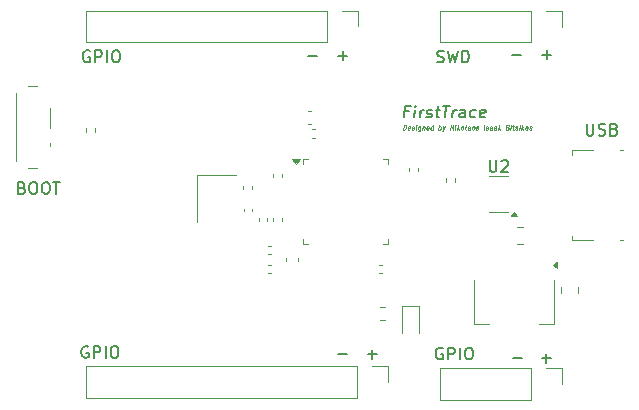
<source format=gbr>
%TF.GenerationSoftware,KiCad,Pcbnew,8.0.5*%
%TF.CreationDate,2024-11-08T16:32:20+02:00*%
%TF.ProjectId,FirstTrace,46697273-7454-4726-9163-652e6b696361,1.0*%
%TF.SameCoordinates,Original*%
%TF.FileFunction,Legend,Top*%
%TF.FilePolarity,Positive*%
%FSLAX46Y46*%
G04 Gerber Fmt 4.6, Leading zero omitted, Abs format (unit mm)*
G04 Created by KiCad (PCBNEW 8.0.5) date 2024-11-08 16:32:20*
%MOMM*%
%LPD*%
G01*
G04 APERTURE LIST*
%ADD10C,0.200000*%
%ADD11C,0.100000*%
%ADD12C,0.150000*%
%ADD13C,0.120000*%
G04 APERTURE END LIST*
D10*
X161719673Y-112466266D02*
X162481578Y-112466266D01*
X178989673Y-112796266D02*
X179751578Y-112796266D01*
X179370625Y-113177219D02*
X179370625Y-112415314D01*
X176459673Y-87136266D02*
X177221578Y-87136266D01*
X170102054Y-87719600D02*
X170244911Y-87767219D01*
X170244911Y-87767219D02*
X170483006Y-87767219D01*
X170483006Y-87767219D02*
X170578244Y-87719600D01*
X170578244Y-87719600D02*
X170625863Y-87671980D01*
X170625863Y-87671980D02*
X170673482Y-87576742D01*
X170673482Y-87576742D02*
X170673482Y-87481504D01*
X170673482Y-87481504D02*
X170625863Y-87386266D01*
X170625863Y-87386266D02*
X170578244Y-87338647D01*
X170578244Y-87338647D02*
X170483006Y-87291028D01*
X170483006Y-87291028D02*
X170292530Y-87243409D01*
X170292530Y-87243409D02*
X170197292Y-87195790D01*
X170197292Y-87195790D02*
X170149673Y-87148171D01*
X170149673Y-87148171D02*
X170102054Y-87052933D01*
X170102054Y-87052933D02*
X170102054Y-86957695D01*
X170102054Y-86957695D02*
X170149673Y-86862457D01*
X170149673Y-86862457D02*
X170197292Y-86814838D01*
X170197292Y-86814838D02*
X170292530Y-86767219D01*
X170292530Y-86767219D02*
X170530625Y-86767219D01*
X170530625Y-86767219D02*
X170673482Y-86814838D01*
X171006816Y-86767219D02*
X171244911Y-87767219D01*
X171244911Y-87767219D02*
X171435387Y-87052933D01*
X171435387Y-87052933D02*
X171625863Y-87767219D01*
X171625863Y-87767219D02*
X171863959Y-86767219D01*
X172244911Y-87767219D02*
X172244911Y-86767219D01*
X172244911Y-86767219D02*
X172483006Y-86767219D01*
X172483006Y-86767219D02*
X172625863Y-86814838D01*
X172625863Y-86814838D02*
X172721101Y-86910076D01*
X172721101Y-86910076D02*
X172768720Y-87005314D01*
X172768720Y-87005314D02*
X172816339Y-87195790D01*
X172816339Y-87195790D02*
X172816339Y-87338647D01*
X172816339Y-87338647D02*
X172768720Y-87529123D01*
X172768720Y-87529123D02*
X172721101Y-87624361D01*
X172721101Y-87624361D02*
X172625863Y-87719600D01*
X172625863Y-87719600D02*
X172483006Y-87767219D01*
X172483006Y-87767219D02*
X172244911Y-87767219D01*
X176499673Y-112836266D02*
X177261578Y-112836266D01*
X140693482Y-86804838D02*
X140598244Y-86757219D01*
X140598244Y-86757219D02*
X140455387Y-86757219D01*
X140455387Y-86757219D02*
X140312530Y-86804838D01*
X140312530Y-86804838D02*
X140217292Y-86900076D01*
X140217292Y-86900076D02*
X140169673Y-86995314D01*
X140169673Y-86995314D02*
X140122054Y-87185790D01*
X140122054Y-87185790D02*
X140122054Y-87328647D01*
X140122054Y-87328647D02*
X140169673Y-87519123D01*
X140169673Y-87519123D02*
X140217292Y-87614361D01*
X140217292Y-87614361D02*
X140312530Y-87709600D01*
X140312530Y-87709600D02*
X140455387Y-87757219D01*
X140455387Y-87757219D02*
X140550625Y-87757219D01*
X140550625Y-87757219D02*
X140693482Y-87709600D01*
X140693482Y-87709600D02*
X140741101Y-87661980D01*
X140741101Y-87661980D02*
X140741101Y-87328647D01*
X140741101Y-87328647D02*
X140550625Y-87328647D01*
X141169673Y-87757219D02*
X141169673Y-86757219D01*
X141169673Y-86757219D02*
X141550625Y-86757219D01*
X141550625Y-86757219D02*
X141645863Y-86804838D01*
X141645863Y-86804838D02*
X141693482Y-86852457D01*
X141693482Y-86852457D02*
X141741101Y-86947695D01*
X141741101Y-86947695D02*
X141741101Y-87090552D01*
X141741101Y-87090552D02*
X141693482Y-87185790D01*
X141693482Y-87185790D02*
X141645863Y-87233409D01*
X141645863Y-87233409D02*
X141550625Y-87281028D01*
X141550625Y-87281028D02*
X141169673Y-87281028D01*
X142169673Y-87757219D02*
X142169673Y-86757219D01*
X142836339Y-86757219D02*
X143026815Y-86757219D01*
X143026815Y-86757219D02*
X143122053Y-86804838D01*
X143122053Y-86804838D02*
X143217291Y-86900076D01*
X143217291Y-86900076D02*
X143264910Y-87090552D01*
X143264910Y-87090552D02*
X143264910Y-87423885D01*
X143264910Y-87423885D02*
X143217291Y-87614361D01*
X143217291Y-87614361D02*
X143122053Y-87709600D01*
X143122053Y-87709600D02*
X143026815Y-87757219D01*
X143026815Y-87757219D02*
X142836339Y-87757219D01*
X142836339Y-87757219D02*
X142741101Y-87709600D01*
X142741101Y-87709600D02*
X142645863Y-87614361D01*
X142645863Y-87614361D02*
X142598244Y-87423885D01*
X142598244Y-87423885D02*
X142598244Y-87090552D01*
X142598244Y-87090552D02*
X142645863Y-86900076D01*
X142645863Y-86900076D02*
X142741101Y-86804838D01*
X142741101Y-86804838D02*
X142836339Y-86757219D01*
X182779673Y-92957219D02*
X182779673Y-93766742D01*
X182779673Y-93766742D02*
X182827292Y-93861980D01*
X182827292Y-93861980D02*
X182874911Y-93909600D01*
X182874911Y-93909600D02*
X182970149Y-93957219D01*
X182970149Y-93957219D02*
X183160625Y-93957219D01*
X183160625Y-93957219D02*
X183255863Y-93909600D01*
X183255863Y-93909600D02*
X183303482Y-93861980D01*
X183303482Y-93861980D02*
X183351101Y-93766742D01*
X183351101Y-93766742D02*
X183351101Y-92957219D01*
X183779673Y-93909600D02*
X183922530Y-93957219D01*
X183922530Y-93957219D02*
X184160625Y-93957219D01*
X184160625Y-93957219D02*
X184255863Y-93909600D01*
X184255863Y-93909600D02*
X184303482Y-93861980D01*
X184303482Y-93861980D02*
X184351101Y-93766742D01*
X184351101Y-93766742D02*
X184351101Y-93671504D01*
X184351101Y-93671504D02*
X184303482Y-93576266D01*
X184303482Y-93576266D02*
X184255863Y-93528647D01*
X184255863Y-93528647D02*
X184160625Y-93481028D01*
X184160625Y-93481028D02*
X183970149Y-93433409D01*
X183970149Y-93433409D02*
X183874911Y-93385790D01*
X183874911Y-93385790D02*
X183827292Y-93338171D01*
X183827292Y-93338171D02*
X183779673Y-93242933D01*
X183779673Y-93242933D02*
X183779673Y-93147695D01*
X183779673Y-93147695D02*
X183827292Y-93052457D01*
X183827292Y-93052457D02*
X183874911Y-93004838D01*
X183874911Y-93004838D02*
X183970149Y-92957219D01*
X183970149Y-92957219D02*
X184208244Y-92957219D01*
X184208244Y-92957219D02*
X184351101Y-93004838D01*
X185113006Y-93433409D02*
X185255863Y-93481028D01*
X185255863Y-93481028D02*
X185303482Y-93528647D01*
X185303482Y-93528647D02*
X185351101Y-93623885D01*
X185351101Y-93623885D02*
X185351101Y-93766742D01*
X185351101Y-93766742D02*
X185303482Y-93861980D01*
X185303482Y-93861980D02*
X185255863Y-93909600D01*
X185255863Y-93909600D02*
X185160625Y-93957219D01*
X185160625Y-93957219D02*
X184779673Y-93957219D01*
X184779673Y-93957219D02*
X184779673Y-92957219D01*
X184779673Y-92957219D02*
X185113006Y-92957219D01*
X185113006Y-92957219D02*
X185208244Y-93004838D01*
X185208244Y-93004838D02*
X185255863Y-93052457D01*
X185255863Y-93052457D02*
X185303482Y-93147695D01*
X185303482Y-93147695D02*
X185303482Y-93242933D01*
X185303482Y-93242933D02*
X185255863Y-93338171D01*
X185255863Y-93338171D02*
X185208244Y-93385790D01*
X185208244Y-93385790D02*
X185113006Y-93433409D01*
X185113006Y-93433409D02*
X184779673Y-93433409D01*
X140563482Y-111844838D02*
X140468244Y-111797219D01*
X140468244Y-111797219D02*
X140325387Y-111797219D01*
X140325387Y-111797219D02*
X140182530Y-111844838D01*
X140182530Y-111844838D02*
X140087292Y-111940076D01*
X140087292Y-111940076D02*
X140039673Y-112035314D01*
X140039673Y-112035314D02*
X139992054Y-112225790D01*
X139992054Y-112225790D02*
X139992054Y-112368647D01*
X139992054Y-112368647D02*
X140039673Y-112559123D01*
X140039673Y-112559123D02*
X140087292Y-112654361D01*
X140087292Y-112654361D02*
X140182530Y-112749600D01*
X140182530Y-112749600D02*
X140325387Y-112797219D01*
X140325387Y-112797219D02*
X140420625Y-112797219D01*
X140420625Y-112797219D02*
X140563482Y-112749600D01*
X140563482Y-112749600D02*
X140611101Y-112701980D01*
X140611101Y-112701980D02*
X140611101Y-112368647D01*
X140611101Y-112368647D02*
X140420625Y-112368647D01*
X141039673Y-112797219D02*
X141039673Y-111797219D01*
X141039673Y-111797219D02*
X141420625Y-111797219D01*
X141420625Y-111797219D02*
X141515863Y-111844838D01*
X141515863Y-111844838D02*
X141563482Y-111892457D01*
X141563482Y-111892457D02*
X141611101Y-111987695D01*
X141611101Y-111987695D02*
X141611101Y-112130552D01*
X141611101Y-112130552D02*
X141563482Y-112225790D01*
X141563482Y-112225790D02*
X141515863Y-112273409D01*
X141515863Y-112273409D02*
X141420625Y-112321028D01*
X141420625Y-112321028D02*
X141039673Y-112321028D01*
X142039673Y-112797219D02*
X142039673Y-111797219D01*
X142706339Y-111797219D02*
X142896815Y-111797219D01*
X142896815Y-111797219D02*
X142992053Y-111844838D01*
X142992053Y-111844838D02*
X143087291Y-111940076D01*
X143087291Y-111940076D02*
X143134910Y-112130552D01*
X143134910Y-112130552D02*
X143134910Y-112463885D01*
X143134910Y-112463885D02*
X143087291Y-112654361D01*
X143087291Y-112654361D02*
X142992053Y-112749600D01*
X142992053Y-112749600D02*
X142896815Y-112797219D01*
X142896815Y-112797219D02*
X142706339Y-112797219D01*
X142706339Y-112797219D02*
X142611101Y-112749600D01*
X142611101Y-112749600D02*
X142515863Y-112654361D01*
X142515863Y-112654361D02*
X142468244Y-112463885D01*
X142468244Y-112463885D02*
X142468244Y-112130552D01*
X142468244Y-112130552D02*
X142515863Y-111940076D01*
X142515863Y-111940076D02*
X142611101Y-111844838D01*
X142611101Y-111844838D02*
X142706339Y-111797219D01*
X179019673Y-87126266D02*
X179781578Y-87126266D01*
X179400625Y-87507219D02*
X179400625Y-86745314D01*
X170573482Y-111964838D02*
X170478244Y-111917219D01*
X170478244Y-111917219D02*
X170335387Y-111917219D01*
X170335387Y-111917219D02*
X170192530Y-111964838D01*
X170192530Y-111964838D02*
X170097292Y-112060076D01*
X170097292Y-112060076D02*
X170049673Y-112155314D01*
X170049673Y-112155314D02*
X170002054Y-112345790D01*
X170002054Y-112345790D02*
X170002054Y-112488647D01*
X170002054Y-112488647D02*
X170049673Y-112679123D01*
X170049673Y-112679123D02*
X170097292Y-112774361D01*
X170097292Y-112774361D02*
X170192530Y-112869600D01*
X170192530Y-112869600D02*
X170335387Y-112917219D01*
X170335387Y-112917219D02*
X170430625Y-112917219D01*
X170430625Y-112917219D02*
X170573482Y-112869600D01*
X170573482Y-112869600D02*
X170621101Y-112821980D01*
X170621101Y-112821980D02*
X170621101Y-112488647D01*
X170621101Y-112488647D02*
X170430625Y-112488647D01*
X171049673Y-112917219D02*
X171049673Y-111917219D01*
X171049673Y-111917219D02*
X171430625Y-111917219D01*
X171430625Y-111917219D02*
X171525863Y-111964838D01*
X171525863Y-111964838D02*
X171573482Y-112012457D01*
X171573482Y-112012457D02*
X171621101Y-112107695D01*
X171621101Y-112107695D02*
X171621101Y-112250552D01*
X171621101Y-112250552D02*
X171573482Y-112345790D01*
X171573482Y-112345790D02*
X171525863Y-112393409D01*
X171525863Y-112393409D02*
X171430625Y-112441028D01*
X171430625Y-112441028D02*
X171049673Y-112441028D01*
X172049673Y-112917219D02*
X172049673Y-111917219D01*
X172716339Y-111917219D02*
X172906815Y-111917219D01*
X172906815Y-111917219D02*
X173002053Y-111964838D01*
X173002053Y-111964838D02*
X173097291Y-112060076D01*
X173097291Y-112060076D02*
X173144910Y-112250552D01*
X173144910Y-112250552D02*
X173144910Y-112583885D01*
X173144910Y-112583885D02*
X173097291Y-112774361D01*
X173097291Y-112774361D02*
X173002053Y-112869600D01*
X173002053Y-112869600D02*
X172906815Y-112917219D01*
X172906815Y-112917219D02*
X172716339Y-112917219D01*
X172716339Y-112917219D02*
X172621101Y-112869600D01*
X172621101Y-112869600D02*
X172525863Y-112774361D01*
X172525863Y-112774361D02*
X172478244Y-112583885D01*
X172478244Y-112583885D02*
X172478244Y-112250552D01*
X172478244Y-112250552D02*
X172525863Y-112060076D01*
X172525863Y-112060076D02*
X172621101Y-111964838D01*
X172621101Y-111964838D02*
X172716339Y-111917219D01*
X134983006Y-98373409D02*
X135125863Y-98421028D01*
X135125863Y-98421028D02*
X135173482Y-98468647D01*
X135173482Y-98468647D02*
X135221101Y-98563885D01*
X135221101Y-98563885D02*
X135221101Y-98706742D01*
X135221101Y-98706742D02*
X135173482Y-98801980D01*
X135173482Y-98801980D02*
X135125863Y-98849600D01*
X135125863Y-98849600D02*
X135030625Y-98897219D01*
X135030625Y-98897219D02*
X134649673Y-98897219D01*
X134649673Y-98897219D02*
X134649673Y-97897219D01*
X134649673Y-97897219D02*
X134983006Y-97897219D01*
X134983006Y-97897219D02*
X135078244Y-97944838D01*
X135078244Y-97944838D02*
X135125863Y-97992457D01*
X135125863Y-97992457D02*
X135173482Y-98087695D01*
X135173482Y-98087695D02*
X135173482Y-98182933D01*
X135173482Y-98182933D02*
X135125863Y-98278171D01*
X135125863Y-98278171D02*
X135078244Y-98325790D01*
X135078244Y-98325790D02*
X134983006Y-98373409D01*
X134983006Y-98373409D02*
X134649673Y-98373409D01*
X135840149Y-97897219D02*
X136030625Y-97897219D01*
X136030625Y-97897219D02*
X136125863Y-97944838D01*
X136125863Y-97944838D02*
X136221101Y-98040076D01*
X136221101Y-98040076D02*
X136268720Y-98230552D01*
X136268720Y-98230552D02*
X136268720Y-98563885D01*
X136268720Y-98563885D02*
X136221101Y-98754361D01*
X136221101Y-98754361D02*
X136125863Y-98849600D01*
X136125863Y-98849600D02*
X136030625Y-98897219D01*
X136030625Y-98897219D02*
X135840149Y-98897219D01*
X135840149Y-98897219D02*
X135744911Y-98849600D01*
X135744911Y-98849600D02*
X135649673Y-98754361D01*
X135649673Y-98754361D02*
X135602054Y-98563885D01*
X135602054Y-98563885D02*
X135602054Y-98230552D01*
X135602054Y-98230552D02*
X135649673Y-98040076D01*
X135649673Y-98040076D02*
X135744911Y-97944838D01*
X135744911Y-97944838D02*
X135840149Y-97897219D01*
X136887768Y-97897219D02*
X137078244Y-97897219D01*
X137078244Y-97897219D02*
X137173482Y-97944838D01*
X137173482Y-97944838D02*
X137268720Y-98040076D01*
X137268720Y-98040076D02*
X137316339Y-98230552D01*
X137316339Y-98230552D02*
X137316339Y-98563885D01*
X137316339Y-98563885D02*
X137268720Y-98754361D01*
X137268720Y-98754361D02*
X137173482Y-98849600D01*
X137173482Y-98849600D02*
X137078244Y-98897219D01*
X137078244Y-98897219D02*
X136887768Y-98897219D01*
X136887768Y-98897219D02*
X136792530Y-98849600D01*
X136792530Y-98849600D02*
X136697292Y-98754361D01*
X136697292Y-98754361D02*
X136649673Y-98563885D01*
X136649673Y-98563885D02*
X136649673Y-98230552D01*
X136649673Y-98230552D02*
X136697292Y-98040076D01*
X136697292Y-98040076D02*
X136792530Y-97944838D01*
X136792530Y-97944838D02*
X136887768Y-97897219D01*
X137602054Y-97897219D02*
X138173482Y-97897219D01*
X137887768Y-98897219D02*
X137887768Y-97897219D01*
X161749673Y-87206266D02*
X162511578Y-87206266D01*
X162130625Y-87587219D02*
X162130625Y-86825314D01*
D11*
X167238646Y-93455847D02*
X167288646Y-93055847D01*
X167288646Y-93055847D02*
X167383884Y-93055847D01*
X167383884Y-93055847D02*
X167438646Y-93074895D01*
X167438646Y-93074895D02*
X167471979Y-93112990D01*
X167471979Y-93112990D02*
X167486265Y-93151085D01*
X167486265Y-93151085D02*
X167495789Y-93227276D01*
X167495789Y-93227276D02*
X167488646Y-93284419D01*
X167488646Y-93284419D02*
X167460074Y-93360609D01*
X167460074Y-93360609D02*
X167436265Y-93398704D01*
X167436265Y-93398704D02*
X167393408Y-93436800D01*
X167393408Y-93436800D02*
X167333884Y-93455847D01*
X167333884Y-93455847D02*
X167238646Y-93455847D01*
X167793408Y-93436800D02*
X167752931Y-93455847D01*
X167752931Y-93455847D02*
X167676741Y-93455847D01*
X167676741Y-93455847D02*
X167641027Y-93436800D01*
X167641027Y-93436800D02*
X167626741Y-93398704D01*
X167626741Y-93398704D02*
X167645789Y-93246323D01*
X167645789Y-93246323D02*
X167669598Y-93208228D01*
X167669598Y-93208228D02*
X167710074Y-93189180D01*
X167710074Y-93189180D02*
X167786265Y-93189180D01*
X167786265Y-93189180D02*
X167821979Y-93208228D01*
X167821979Y-93208228D02*
X167836265Y-93246323D01*
X167836265Y-93246323D02*
X167831503Y-93284419D01*
X167831503Y-93284419D02*
X167636265Y-93322514D01*
X167964836Y-93436800D02*
X168000550Y-93455847D01*
X168000550Y-93455847D02*
X168076741Y-93455847D01*
X168076741Y-93455847D02*
X168117217Y-93436800D01*
X168117217Y-93436800D02*
X168141026Y-93398704D01*
X168141026Y-93398704D02*
X168143407Y-93379657D01*
X168143407Y-93379657D02*
X168129122Y-93341561D01*
X168129122Y-93341561D02*
X168093407Y-93322514D01*
X168093407Y-93322514D02*
X168036265Y-93322514D01*
X168036265Y-93322514D02*
X168000550Y-93303466D01*
X168000550Y-93303466D02*
X167986265Y-93265371D01*
X167986265Y-93265371D02*
X167988646Y-93246323D01*
X167988646Y-93246323D02*
X168012455Y-93208228D01*
X168012455Y-93208228D02*
X168052931Y-93189180D01*
X168052931Y-93189180D02*
X168110074Y-93189180D01*
X168110074Y-93189180D02*
X168145788Y-93208228D01*
X168305313Y-93455847D02*
X168338646Y-93189180D01*
X168355313Y-93055847D02*
X168333884Y-93074895D01*
X168333884Y-93074895D02*
X168350551Y-93093942D01*
X168350551Y-93093942D02*
X168371979Y-93074895D01*
X168371979Y-93074895D02*
X168355313Y-93055847D01*
X168355313Y-93055847D02*
X168350551Y-93093942D01*
X168700551Y-93189180D02*
X168660074Y-93512990D01*
X168660074Y-93512990D02*
X168636265Y-93551085D01*
X168636265Y-93551085D02*
X168614836Y-93570133D01*
X168614836Y-93570133D02*
X168574360Y-93589180D01*
X168574360Y-93589180D02*
X168517217Y-93589180D01*
X168517217Y-93589180D02*
X168481503Y-93570133D01*
X168669598Y-93436800D02*
X168629122Y-93455847D01*
X168629122Y-93455847D02*
X168552932Y-93455847D01*
X168552932Y-93455847D02*
X168517217Y-93436800D01*
X168517217Y-93436800D02*
X168500551Y-93417752D01*
X168500551Y-93417752D02*
X168486265Y-93379657D01*
X168486265Y-93379657D02*
X168500551Y-93265371D01*
X168500551Y-93265371D02*
X168524360Y-93227276D01*
X168524360Y-93227276D02*
X168545789Y-93208228D01*
X168545789Y-93208228D02*
X168586265Y-93189180D01*
X168586265Y-93189180D02*
X168662455Y-93189180D01*
X168662455Y-93189180D02*
X168698170Y-93208228D01*
X168891027Y-93189180D02*
X168857694Y-93455847D01*
X168886265Y-93227276D02*
X168907694Y-93208228D01*
X168907694Y-93208228D02*
X168948170Y-93189180D01*
X168948170Y-93189180D02*
X169005313Y-93189180D01*
X169005313Y-93189180D02*
X169041027Y-93208228D01*
X169041027Y-93208228D02*
X169055313Y-93246323D01*
X169055313Y-93246323D02*
X169029122Y-93455847D01*
X169374361Y-93436800D02*
X169333884Y-93455847D01*
X169333884Y-93455847D02*
X169257694Y-93455847D01*
X169257694Y-93455847D02*
X169221980Y-93436800D01*
X169221980Y-93436800D02*
X169207694Y-93398704D01*
X169207694Y-93398704D02*
X169226742Y-93246323D01*
X169226742Y-93246323D02*
X169250551Y-93208228D01*
X169250551Y-93208228D02*
X169291027Y-93189180D01*
X169291027Y-93189180D02*
X169367218Y-93189180D01*
X169367218Y-93189180D02*
X169402932Y-93208228D01*
X169402932Y-93208228D02*
X169417218Y-93246323D01*
X169417218Y-93246323D02*
X169412456Y-93284419D01*
X169412456Y-93284419D02*
X169217218Y-93322514D01*
X169733884Y-93455847D02*
X169783884Y-93055847D01*
X169736265Y-93436800D02*
X169695789Y-93455847D01*
X169695789Y-93455847D02*
X169619599Y-93455847D01*
X169619599Y-93455847D02*
X169583884Y-93436800D01*
X169583884Y-93436800D02*
X169567218Y-93417752D01*
X169567218Y-93417752D02*
X169552932Y-93379657D01*
X169552932Y-93379657D02*
X169567218Y-93265371D01*
X169567218Y-93265371D02*
X169591027Y-93227276D01*
X169591027Y-93227276D02*
X169612456Y-93208228D01*
X169612456Y-93208228D02*
X169652932Y-93189180D01*
X169652932Y-93189180D02*
X169729122Y-93189180D01*
X169729122Y-93189180D02*
X169764837Y-93208228D01*
X170229123Y-93455847D02*
X170279123Y-93055847D01*
X170260075Y-93208228D02*
X170300551Y-93189180D01*
X170300551Y-93189180D02*
X170376742Y-93189180D01*
X170376742Y-93189180D02*
X170412456Y-93208228D01*
X170412456Y-93208228D02*
X170429123Y-93227276D01*
X170429123Y-93227276D02*
X170443408Y-93265371D01*
X170443408Y-93265371D02*
X170429123Y-93379657D01*
X170429123Y-93379657D02*
X170405313Y-93417752D01*
X170405313Y-93417752D02*
X170383885Y-93436800D01*
X170383885Y-93436800D02*
X170343408Y-93455847D01*
X170343408Y-93455847D02*
X170267218Y-93455847D01*
X170267218Y-93455847D02*
X170231504Y-93436800D01*
X170586266Y-93189180D02*
X170648171Y-93455847D01*
X170776742Y-93189180D02*
X170648171Y-93455847D01*
X170648171Y-93455847D02*
X170598171Y-93551085D01*
X170598171Y-93551085D02*
X170576742Y-93570133D01*
X170576742Y-93570133D02*
X170536266Y-93589180D01*
X171200552Y-93455847D02*
X171250552Y-93055847D01*
X171250552Y-93055847D02*
X171429123Y-93455847D01*
X171429123Y-93455847D02*
X171479123Y-93055847D01*
X171619600Y-93455847D02*
X171652933Y-93189180D01*
X171669600Y-93055847D02*
X171648171Y-93074895D01*
X171648171Y-93074895D02*
X171664838Y-93093942D01*
X171664838Y-93093942D02*
X171686266Y-93074895D01*
X171686266Y-93074895D02*
X171669600Y-93055847D01*
X171669600Y-93055847D02*
X171664838Y-93093942D01*
X171810076Y-93455847D02*
X171860076Y-93055847D01*
X171867219Y-93303466D02*
X171962457Y-93455847D01*
X171995790Y-93189180D02*
X171824361Y-93341561D01*
X172191029Y-93455847D02*
X172155314Y-93436800D01*
X172155314Y-93436800D02*
X172138648Y-93417752D01*
X172138648Y-93417752D02*
X172124362Y-93379657D01*
X172124362Y-93379657D02*
X172138648Y-93265371D01*
X172138648Y-93265371D02*
X172162457Y-93227276D01*
X172162457Y-93227276D02*
X172183886Y-93208228D01*
X172183886Y-93208228D02*
X172224362Y-93189180D01*
X172224362Y-93189180D02*
X172281505Y-93189180D01*
X172281505Y-93189180D02*
X172317219Y-93208228D01*
X172317219Y-93208228D02*
X172333886Y-93227276D01*
X172333886Y-93227276D02*
X172348171Y-93265371D01*
X172348171Y-93265371D02*
X172333886Y-93379657D01*
X172333886Y-93379657D02*
X172310076Y-93417752D01*
X172310076Y-93417752D02*
X172288648Y-93436800D01*
X172288648Y-93436800D02*
X172248171Y-93455847D01*
X172248171Y-93455847D02*
X172191029Y-93455847D01*
X172552934Y-93455847D02*
X172517219Y-93436800D01*
X172517219Y-93436800D02*
X172502934Y-93398704D01*
X172502934Y-93398704D02*
X172545791Y-93055847D01*
X172876743Y-93455847D02*
X172902934Y-93246323D01*
X172902934Y-93246323D02*
X172888648Y-93208228D01*
X172888648Y-93208228D02*
X172852934Y-93189180D01*
X172852934Y-93189180D02*
X172776743Y-93189180D01*
X172776743Y-93189180D02*
X172736267Y-93208228D01*
X172879124Y-93436800D02*
X172838648Y-93455847D01*
X172838648Y-93455847D02*
X172743410Y-93455847D01*
X172743410Y-93455847D02*
X172707696Y-93436800D01*
X172707696Y-93436800D02*
X172693410Y-93398704D01*
X172693410Y-93398704D02*
X172698172Y-93360609D01*
X172698172Y-93360609D02*
X172721981Y-93322514D01*
X172721981Y-93322514D02*
X172762458Y-93303466D01*
X172762458Y-93303466D02*
X172857696Y-93303466D01*
X172857696Y-93303466D02*
X172898172Y-93284419D01*
X173124363Y-93455847D02*
X173088648Y-93436800D01*
X173088648Y-93436800D02*
X173071982Y-93417752D01*
X173071982Y-93417752D02*
X173057696Y-93379657D01*
X173057696Y-93379657D02*
X173071982Y-93265371D01*
X173071982Y-93265371D02*
X173095791Y-93227276D01*
X173095791Y-93227276D02*
X173117220Y-93208228D01*
X173117220Y-93208228D02*
X173157696Y-93189180D01*
X173157696Y-93189180D02*
X173214839Y-93189180D01*
X173214839Y-93189180D02*
X173250553Y-93208228D01*
X173250553Y-93208228D02*
X173267220Y-93227276D01*
X173267220Y-93227276D02*
X173281505Y-93265371D01*
X173281505Y-93265371D02*
X173267220Y-93379657D01*
X173267220Y-93379657D02*
X173243410Y-93417752D01*
X173243410Y-93417752D02*
X173221982Y-93436800D01*
X173221982Y-93436800D02*
X173181505Y-93455847D01*
X173181505Y-93455847D02*
X173124363Y-93455847D01*
X173412458Y-93436800D02*
X173448172Y-93455847D01*
X173448172Y-93455847D02*
X173524363Y-93455847D01*
X173524363Y-93455847D02*
X173564839Y-93436800D01*
X173564839Y-93436800D02*
X173588648Y-93398704D01*
X173588648Y-93398704D02*
X173591029Y-93379657D01*
X173591029Y-93379657D02*
X173576744Y-93341561D01*
X173576744Y-93341561D02*
X173541029Y-93322514D01*
X173541029Y-93322514D02*
X173483887Y-93322514D01*
X173483887Y-93322514D02*
X173448172Y-93303466D01*
X173448172Y-93303466D02*
X173433887Y-93265371D01*
X173433887Y-93265371D02*
X173436268Y-93246323D01*
X173436268Y-93246323D02*
X173460077Y-93208228D01*
X173460077Y-93208228D02*
X173500553Y-93189180D01*
X173500553Y-93189180D02*
X173557696Y-93189180D01*
X173557696Y-93189180D02*
X173593410Y-93208228D01*
X174057697Y-93455847D02*
X174107697Y-93055847D01*
X174231506Y-93436800D02*
X174267220Y-93455847D01*
X174267220Y-93455847D02*
X174343411Y-93455847D01*
X174343411Y-93455847D02*
X174383887Y-93436800D01*
X174383887Y-93436800D02*
X174407696Y-93398704D01*
X174407696Y-93398704D02*
X174410077Y-93379657D01*
X174410077Y-93379657D02*
X174395792Y-93341561D01*
X174395792Y-93341561D02*
X174360077Y-93322514D01*
X174360077Y-93322514D02*
X174302935Y-93322514D01*
X174302935Y-93322514D02*
X174267220Y-93303466D01*
X174267220Y-93303466D02*
X174252935Y-93265371D01*
X174252935Y-93265371D02*
X174255316Y-93246323D01*
X174255316Y-93246323D02*
X174279125Y-93208228D01*
X174279125Y-93208228D02*
X174319601Y-93189180D01*
X174319601Y-93189180D02*
X174376744Y-93189180D01*
X174376744Y-93189180D02*
X174412458Y-93208228D01*
X174743411Y-93455847D02*
X174769602Y-93246323D01*
X174769602Y-93246323D02*
X174755316Y-93208228D01*
X174755316Y-93208228D02*
X174719602Y-93189180D01*
X174719602Y-93189180D02*
X174643411Y-93189180D01*
X174643411Y-93189180D02*
X174602935Y-93208228D01*
X174745792Y-93436800D02*
X174705316Y-93455847D01*
X174705316Y-93455847D02*
X174610078Y-93455847D01*
X174610078Y-93455847D02*
X174574364Y-93436800D01*
X174574364Y-93436800D02*
X174560078Y-93398704D01*
X174560078Y-93398704D02*
X174564840Y-93360609D01*
X174564840Y-93360609D02*
X174588649Y-93322514D01*
X174588649Y-93322514D02*
X174629126Y-93303466D01*
X174629126Y-93303466D02*
X174724364Y-93303466D01*
X174724364Y-93303466D02*
X174764840Y-93284419D01*
X175105316Y-93455847D02*
X175131507Y-93246323D01*
X175131507Y-93246323D02*
X175117221Y-93208228D01*
X175117221Y-93208228D02*
X175081507Y-93189180D01*
X175081507Y-93189180D02*
X175005316Y-93189180D01*
X175005316Y-93189180D02*
X174964840Y-93208228D01*
X175107697Y-93436800D02*
X175067221Y-93455847D01*
X175067221Y-93455847D02*
X174971983Y-93455847D01*
X174971983Y-93455847D02*
X174936269Y-93436800D01*
X174936269Y-93436800D02*
X174921983Y-93398704D01*
X174921983Y-93398704D02*
X174926745Y-93360609D01*
X174926745Y-93360609D02*
X174950554Y-93322514D01*
X174950554Y-93322514D02*
X174991031Y-93303466D01*
X174991031Y-93303466D02*
X175086269Y-93303466D01*
X175086269Y-93303466D02*
X175126745Y-93284419D01*
X175295793Y-93455847D02*
X175345793Y-93055847D01*
X175352936Y-93303466D02*
X175448174Y-93455847D01*
X175481507Y-93189180D02*
X175310078Y-93341561D01*
X176083888Y-93246323D02*
X176138650Y-93265371D01*
X176138650Y-93265371D02*
X176155317Y-93284419D01*
X176155317Y-93284419D02*
X176169603Y-93322514D01*
X176169603Y-93322514D02*
X176162460Y-93379657D01*
X176162460Y-93379657D02*
X176138650Y-93417752D01*
X176138650Y-93417752D02*
X176117222Y-93436800D01*
X176117222Y-93436800D02*
X176076746Y-93455847D01*
X176076746Y-93455847D02*
X175924365Y-93455847D01*
X175924365Y-93455847D02*
X175974365Y-93055847D01*
X175974365Y-93055847D02*
X176107698Y-93055847D01*
X176107698Y-93055847D02*
X176143412Y-93074895D01*
X176143412Y-93074895D02*
X176160079Y-93093942D01*
X176160079Y-93093942D02*
X176174365Y-93132038D01*
X176174365Y-93132038D02*
X176169603Y-93170133D01*
X176169603Y-93170133D02*
X176145793Y-93208228D01*
X176145793Y-93208228D02*
X176124365Y-93227276D01*
X176124365Y-93227276D02*
X176083888Y-93246323D01*
X176083888Y-93246323D02*
X175950555Y-93246323D01*
X176324365Y-93455847D02*
X176357698Y-93189180D01*
X176374365Y-93055847D02*
X176352936Y-93074895D01*
X176352936Y-93074895D02*
X176369603Y-93093942D01*
X176369603Y-93093942D02*
X176391031Y-93074895D01*
X176391031Y-93074895D02*
X176374365Y-93055847D01*
X176374365Y-93055847D02*
X176369603Y-93093942D01*
X176491031Y-93189180D02*
X176643412Y-93189180D01*
X176564841Y-93055847D02*
X176521984Y-93398704D01*
X176521984Y-93398704D02*
X176536269Y-93436800D01*
X176536269Y-93436800D02*
X176571984Y-93455847D01*
X176571984Y-93455847D02*
X176610079Y-93455847D01*
X176726745Y-93436800D02*
X176762459Y-93455847D01*
X176762459Y-93455847D02*
X176838650Y-93455847D01*
X176838650Y-93455847D02*
X176879126Y-93436800D01*
X176879126Y-93436800D02*
X176902935Y-93398704D01*
X176902935Y-93398704D02*
X176905316Y-93379657D01*
X176905316Y-93379657D02*
X176891031Y-93341561D01*
X176891031Y-93341561D02*
X176855316Y-93322514D01*
X176855316Y-93322514D02*
X176798174Y-93322514D01*
X176798174Y-93322514D02*
X176762459Y-93303466D01*
X176762459Y-93303466D02*
X176748174Y-93265371D01*
X176748174Y-93265371D02*
X176750555Y-93246323D01*
X176750555Y-93246323D02*
X176774364Y-93208228D01*
X176774364Y-93208228D02*
X176814840Y-93189180D01*
X176814840Y-93189180D02*
X176871983Y-93189180D01*
X176871983Y-93189180D02*
X176907697Y-93208228D01*
X177067222Y-93455847D02*
X177100555Y-93189180D01*
X177117222Y-93055847D02*
X177095793Y-93074895D01*
X177095793Y-93074895D02*
X177112460Y-93093942D01*
X177112460Y-93093942D02*
X177133888Y-93074895D01*
X177133888Y-93074895D02*
X177117222Y-93055847D01*
X177117222Y-93055847D02*
X177112460Y-93093942D01*
X177257698Y-93455847D02*
X177307698Y-93055847D01*
X177314841Y-93303466D02*
X177410079Y-93455847D01*
X177443412Y-93189180D02*
X177271983Y-93341561D01*
X177752936Y-93455847D02*
X177779127Y-93246323D01*
X177779127Y-93246323D02*
X177764841Y-93208228D01*
X177764841Y-93208228D02*
X177729127Y-93189180D01*
X177729127Y-93189180D02*
X177652936Y-93189180D01*
X177652936Y-93189180D02*
X177612460Y-93208228D01*
X177755317Y-93436800D02*
X177714841Y-93455847D01*
X177714841Y-93455847D02*
X177619603Y-93455847D01*
X177619603Y-93455847D02*
X177583889Y-93436800D01*
X177583889Y-93436800D02*
X177569603Y-93398704D01*
X177569603Y-93398704D02*
X177574365Y-93360609D01*
X177574365Y-93360609D02*
X177598174Y-93322514D01*
X177598174Y-93322514D02*
X177638651Y-93303466D01*
X177638651Y-93303466D02*
X177733889Y-93303466D01*
X177733889Y-93303466D02*
X177774365Y-93284419D01*
X177926746Y-93436800D02*
X177962460Y-93455847D01*
X177962460Y-93455847D02*
X178038651Y-93455847D01*
X178038651Y-93455847D02*
X178079127Y-93436800D01*
X178079127Y-93436800D02*
X178102936Y-93398704D01*
X178102936Y-93398704D02*
X178105317Y-93379657D01*
X178105317Y-93379657D02*
X178091032Y-93341561D01*
X178091032Y-93341561D02*
X178055317Y-93322514D01*
X178055317Y-93322514D02*
X177998175Y-93322514D01*
X177998175Y-93322514D02*
X177962460Y-93303466D01*
X177962460Y-93303466D02*
X177948175Y-93265371D01*
X177948175Y-93265371D02*
X177950556Y-93246323D01*
X177950556Y-93246323D02*
X177974365Y-93208228D01*
X177974365Y-93208228D02*
X178014841Y-93189180D01*
X178014841Y-93189180D02*
X178071984Y-93189180D01*
X178071984Y-93189180D02*
X178107698Y-93208228D01*
D10*
X164229673Y-112496266D02*
X164991578Y-112496266D01*
X164610625Y-112877219D02*
X164610625Y-112115314D01*
X159189673Y-87216266D02*
X159951578Y-87216266D01*
X167692530Y-91903409D02*
X167359197Y-91903409D01*
X167293720Y-92427219D02*
X167418720Y-91427219D01*
X167418720Y-91427219D02*
X167894911Y-91427219D01*
X168150863Y-92427219D02*
X168234197Y-91760552D01*
X168275863Y-91427219D02*
X168222292Y-91474838D01*
X168222292Y-91474838D02*
X168263959Y-91522457D01*
X168263959Y-91522457D02*
X168317530Y-91474838D01*
X168317530Y-91474838D02*
X168275863Y-91427219D01*
X168275863Y-91427219D02*
X168263959Y-91522457D01*
X168627053Y-92427219D02*
X168710387Y-91760552D01*
X168686577Y-91951028D02*
X168746101Y-91855790D01*
X168746101Y-91855790D02*
X168799672Y-91808171D01*
X168799672Y-91808171D02*
X168900863Y-91760552D01*
X168900863Y-91760552D02*
X168996101Y-91760552D01*
X169204435Y-92379600D02*
X169293720Y-92427219D01*
X169293720Y-92427219D02*
X169484197Y-92427219D01*
X169484197Y-92427219D02*
X169585387Y-92379600D01*
X169585387Y-92379600D02*
X169644911Y-92284361D01*
X169644911Y-92284361D02*
X169650863Y-92236742D01*
X169650863Y-92236742D02*
X169615149Y-92141504D01*
X169615149Y-92141504D02*
X169525863Y-92093885D01*
X169525863Y-92093885D02*
X169383006Y-92093885D01*
X169383006Y-92093885D02*
X169293720Y-92046266D01*
X169293720Y-92046266D02*
X169258006Y-91951028D01*
X169258006Y-91951028D02*
X169263959Y-91903409D01*
X169263959Y-91903409D02*
X169323482Y-91808171D01*
X169323482Y-91808171D02*
X169424673Y-91760552D01*
X169424673Y-91760552D02*
X169567530Y-91760552D01*
X169567530Y-91760552D02*
X169656816Y-91808171D01*
X169996102Y-91760552D02*
X170377054Y-91760552D01*
X170180625Y-91427219D02*
X170073483Y-92284361D01*
X170073483Y-92284361D02*
X170109197Y-92379600D01*
X170109197Y-92379600D02*
X170198483Y-92427219D01*
X170198483Y-92427219D02*
X170293721Y-92427219D01*
X170609197Y-91427219D02*
X171180626Y-91427219D01*
X170769912Y-92427219D02*
X170894912Y-91427219D01*
X171388959Y-92427219D02*
X171472293Y-91760552D01*
X171448483Y-91951028D02*
X171508007Y-91855790D01*
X171508007Y-91855790D02*
X171561578Y-91808171D01*
X171561578Y-91808171D02*
X171662769Y-91760552D01*
X171662769Y-91760552D02*
X171758007Y-91760552D01*
X172436579Y-92427219D02*
X172502055Y-91903409D01*
X172502055Y-91903409D02*
X172466341Y-91808171D01*
X172466341Y-91808171D02*
X172377055Y-91760552D01*
X172377055Y-91760552D02*
X172186579Y-91760552D01*
X172186579Y-91760552D02*
X172085388Y-91808171D01*
X172442531Y-92379600D02*
X172341341Y-92427219D01*
X172341341Y-92427219D02*
X172103245Y-92427219D01*
X172103245Y-92427219D02*
X172013960Y-92379600D01*
X172013960Y-92379600D02*
X171978245Y-92284361D01*
X171978245Y-92284361D02*
X171990150Y-92189123D01*
X171990150Y-92189123D02*
X172049674Y-92093885D01*
X172049674Y-92093885D02*
X172150865Y-92046266D01*
X172150865Y-92046266D02*
X172388960Y-92046266D01*
X172388960Y-92046266D02*
X172490150Y-91998647D01*
X173347293Y-92379600D02*
X173246103Y-92427219D01*
X173246103Y-92427219D02*
X173055627Y-92427219D01*
X173055627Y-92427219D02*
X172966341Y-92379600D01*
X172966341Y-92379600D02*
X172924674Y-92331980D01*
X172924674Y-92331980D02*
X172888960Y-92236742D01*
X172888960Y-92236742D02*
X172924674Y-91951028D01*
X172924674Y-91951028D02*
X172984198Y-91855790D01*
X172984198Y-91855790D02*
X173037769Y-91808171D01*
X173037769Y-91808171D02*
X173138960Y-91760552D01*
X173138960Y-91760552D02*
X173329436Y-91760552D01*
X173329436Y-91760552D02*
X173418722Y-91808171D01*
X174156817Y-92379600D02*
X174055627Y-92427219D01*
X174055627Y-92427219D02*
X173865150Y-92427219D01*
X173865150Y-92427219D02*
X173775865Y-92379600D01*
X173775865Y-92379600D02*
X173740150Y-92284361D01*
X173740150Y-92284361D02*
X173787770Y-91903409D01*
X173787770Y-91903409D02*
X173847293Y-91808171D01*
X173847293Y-91808171D02*
X173948484Y-91760552D01*
X173948484Y-91760552D02*
X174138960Y-91760552D01*
X174138960Y-91760552D02*
X174228246Y-91808171D01*
X174228246Y-91808171D02*
X174263960Y-91903409D01*
X174263960Y-91903409D02*
X174252055Y-91998647D01*
X174252055Y-91998647D02*
X173763960Y-92093885D01*
D12*
X174565595Y-96027319D02*
X174565595Y-96836842D01*
X174565595Y-96836842D02*
X174613214Y-96932080D01*
X174613214Y-96932080D02*
X174660833Y-96979700D01*
X174660833Y-96979700D02*
X174756071Y-97027319D01*
X174756071Y-97027319D02*
X174946547Y-97027319D01*
X174946547Y-97027319D02*
X175041785Y-96979700D01*
X175041785Y-96979700D02*
X175089404Y-96932080D01*
X175089404Y-96932080D02*
X175137023Y-96836842D01*
X175137023Y-96836842D02*
X175137023Y-96027319D01*
X175565595Y-96122557D02*
X175613214Y-96074938D01*
X175613214Y-96074938D02*
X175708452Y-96027319D01*
X175708452Y-96027319D02*
X175946547Y-96027319D01*
X175946547Y-96027319D02*
X176041785Y-96074938D01*
X176041785Y-96074938D02*
X176089404Y-96122557D01*
X176089404Y-96122557D02*
X176137023Y-96217795D01*
X176137023Y-96217795D02*
X176137023Y-96313033D01*
X176137023Y-96313033D02*
X176089404Y-96455890D01*
X176089404Y-96455890D02*
X175517976Y-97027319D01*
X175517976Y-97027319D02*
X176137023Y-97027319D01*
D13*
%TO.C,C1*%
X156220000Y-97212164D02*
X156220000Y-97427836D01*
X156940000Y-97212164D02*
X156940000Y-97427836D01*
%TO.C,SW1*%
X134455000Y-90380000D02*
X134455000Y-96080000D01*
X135465000Y-96680000D02*
X136255000Y-96680000D01*
X136255000Y-89780000D02*
X135465000Y-89780000D01*
X137305000Y-91630000D02*
X137305000Y-93330000D01*
X137305000Y-94630000D02*
X137305000Y-94830000D01*
%TO.C,J3*%
X140410000Y-83390000D02*
X140410000Y-86050000D01*
X160790000Y-83390000D02*
X140410000Y-83390000D01*
X160790000Y-83390000D02*
X160790000Y-86050000D01*
X160790000Y-86050000D02*
X140410000Y-86050000D01*
X162060000Y-83390000D02*
X163390000Y-83390000D01*
X163390000Y-83390000D02*
X163390000Y-84720000D01*
%TO.C,U3*%
X173220000Y-106190000D02*
X173220000Y-109950000D01*
X173220000Y-109950000D02*
X174480000Y-109950000D01*
X180040000Y-106190000D02*
X180040000Y-109950000D01*
X180040000Y-109950000D02*
X178780000Y-109950000D01*
X180270000Y-105150000D02*
X179940000Y-104910000D01*
X180270000Y-104670000D01*
X180270000Y-105150000D01*
G36*
X180270000Y-105150000D02*
G01*
X179940000Y-104910000D01*
X180270000Y-104670000D01*
X180270000Y-105150000D01*
G37*
%TO.C,Y1*%
X149800000Y-97310000D02*
X149800000Y-101310000D01*
X153100000Y-97310000D02*
X149800000Y-97310000D01*
%TO.C,C13*%
X180615000Y-107311252D02*
X180615000Y-106788748D01*
X182085000Y-107311252D02*
X182085000Y-106788748D01*
%TO.C,R2*%
X170880000Y-97556359D02*
X170880000Y-97863641D01*
X171640000Y-97556359D02*
X171640000Y-97863641D01*
%TO.C,FB1*%
X157280000Y-104297221D02*
X157280000Y-104622779D01*
X158300000Y-104297221D02*
X158300000Y-104622779D01*
%TO.C,R3*%
X165712258Y-108507500D02*
X165237742Y-108507500D01*
X165712258Y-109552500D02*
X165237742Y-109552500D01*
%TO.C,C10*%
X156027836Y-103310000D02*
X155812164Y-103310000D01*
X156027836Y-104030000D02*
X155812164Y-104030000D01*
%TO.C,D1*%
X167135000Y-108352500D02*
X167135000Y-110637500D01*
X168605000Y-108352500D02*
X167135000Y-108352500D01*
X168605000Y-110637500D02*
X168605000Y-108352500D01*
%TO.C,J1*%
X181555000Y-95192500D02*
X181555000Y-95572500D01*
X181555000Y-95192500D02*
X183325000Y-95192500D01*
X181555000Y-102812500D02*
X181555000Y-102432500D01*
X183325000Y-102812500D02*
X181555000Y-102812500D01*
X185605000Y-95192500D02*
X185865000Y-95192500D01*
X185865000Y-102812500D02*
X185605000Y-102812500D01*
%TO.C,U1*%
X158750000Y-95950000D02*
X158750000Y-96400000D01*
X158750000Y-103170000D02*
X158750000Y-102720000D01*
X159200000Y-95950000D02*
X158750000Y-95950000D01*
X159200000Y-103170000D02*
X158750000Y-103170000D01*
X165520000Y-95950000D02*
X165970000Y-95950000D01*
X165520000Y-103170000D02*
X165970000Y-103170000D01*
X165970000Y-95950000D02*
X165970000Y-96400000D01*
X165970000Y-103170000D02*
X165970000Y-102720000D01*
X158160000Y-96400000D02*
X157820000Y-95930000D01*
X158500000Y-95930000D01*
X158160000Y-96400000D01*
G36*
X158160000Y-96400000D02*
G01*
X157820000Y-95930000D01*
X158500000Y-95930000D01*
X158160000Y-96400000D01*
G37*
%TO.C,C11*%
X156027836Y-104880000D02*
X155812164Y-104880000D01*
X156027836Y-105600000D02*
X155812164Y-105600000D01*
%TO.C,J4*%
X170400000Y-113650000D02*
X170400000Y-116310000D01*
X178080000Y-113650000D02*
X170400000Y-113650000D01*
X178080000Y-113650000D02*
X178080000Y-116310000D01*
X178080000Y-116310000D02*
X170400000Y-116310000D01*
X179350000Y-113650000D02*
X180680000Y-113650000D01*
X180680000Y-113650000D02*
X180680000Y-114980000D01*
%TO.C,C7*%
X153720000Y-98477836D02*
X153720000Y-98262164D01*
X154440000Y-98477836D02*
X154440000Y-98262164D01*
%TO.C,C3*%
X167760000Y-96742164D02*
X167760000Y-96957836D01*
X168480000Y-96742164D02*
X168480000Y-96957836D01*
%TO.C,C4*%
X159532164Y-93440000D02*
X159747836Y-93440000D01*
X159532164Y-94160000D02*
X159747836Y-94160000D01*
%TO.C,C5*%
X159194420Y-91920000D02*
X159475580Y-91920000D01*
X159194420Y-92940000D02*
X159475580Y-92940000D01*
%TO.C,C8*%
X153750000Y-100172164D02*
X153750000Y-100387836D01*
X154470000Y-100172164D02*
X154470000Y-100387836D01*
%TO.C,R1*%
X140390000Y-93623641D02*
X140390000Y-93316359D01*
X141150000Y-93623641D02*
X141150000Y-93316359D01*
%TO.C,C9*%
X156250000Y-101187836D02*
X156250000Y-100972164D01*
X156970000Y-101187836D02*
X156970000Y-100972164D01*
%TO.C,C12*%
X176878748Y-101675000D02*
X177401252Y-101675000D01*
X176878748Y-103145000D02*
X177401252Y-103145000D01*
%TO.C,J2*%
X170400000Y-83400000D02*
X170400000Y-86060000D01*
X178080000Y-83400000D02*
X170400000Y-83400000D01*
X178080000Y-83400000D02*
X178080000Y-86060000D01*
X178080000Y-86060000D02*
X170400000Y-86060000D01*
X179350000Y-83400000D02*
X180680000Y-83400000D01*
X180680000Y-83400000D02*
X180680000Y-84730000D01*
%TO.C,C6*%
X155020000Y-100952164D02*
X155020000Y-101167836D01*
X155740000Y-100952164D02*
X155740000Y-101167836D01*
%TO.C,U2*%
X175330000Y-97342500D02*
X174530000Y-97342500D01*
X175330000Y-97342500D02*
X176130000Y-97342500D01*
X175330000Y-100462500D02*
X174530000Y-100462500D01*
X175330000Y-100462500D02*
X176130000Y-100462500D01*
X176870000Y-100742500D02*
X176390000Y-100742500D01*
X176630000Y-100412500D01*
X176870000Y-100742500D01*
G36*
X176870000Y-100742500D02*
G01*
X176390000Y-100742500D01*
X176630000Y-100412500D01*
X176870000Y-100742500D01*
G37*
%TO.C,J5*%
X140420000Y-113500000D02*
X140420000Y-116160000D01*
X163340000Y-113500000D02*
X140420000Y-113500000D01*
X163340000Y-113500000D02*
X163340000Y-116160000D01*
X163340000Y-116160000D02*
X140420000Y-116160000D01*
X164610000Y-113500000D02*
X165940000Y-113500000D01*
X165940000Y-113500000D02*
X165940000Y-114830000D01*
%TO.C,C2*%
X165427836Y-104900000D02*
X165212164Y-104900000D01*
X165427836Y-105620000D02*
X165212164Y-105620000D01*
%TD*%
M02*

</source>
